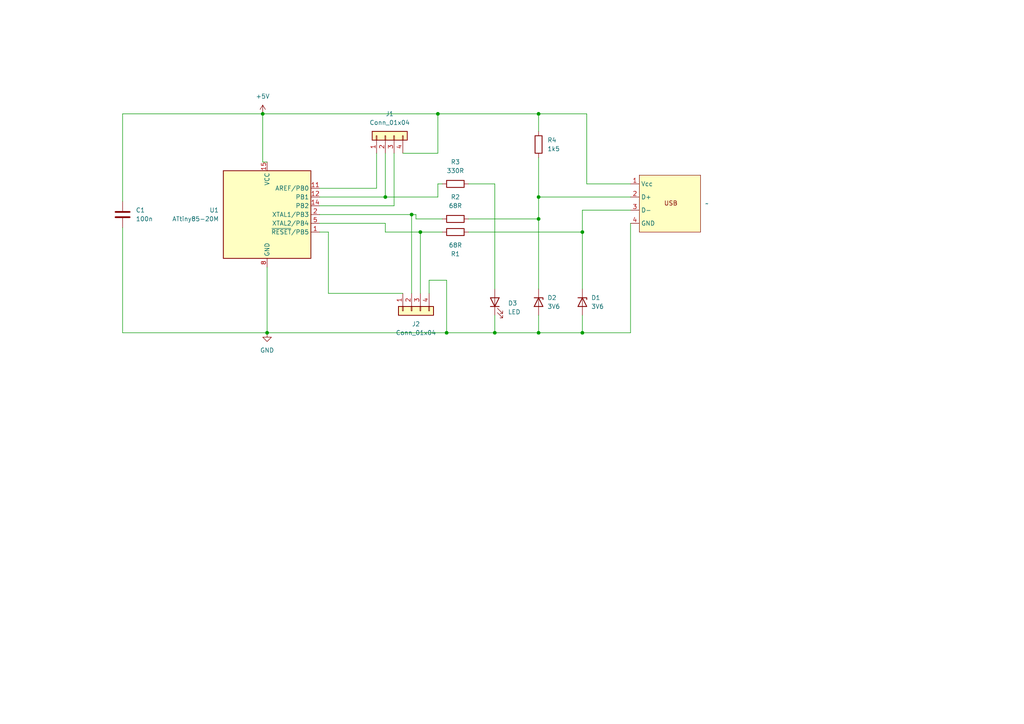
<source format=kicad_sch>
(kicad_sch (version 20250114) (generator "eeschema") (generator_version "9.0")
  (paper "A4")
  (lib_symbols
    (symbol "Connector_Generic:Conn_01x04" (pin_names (offset 1.016) (hide yes))
      (property "Reference" "J" (at 0 5.08 0))
      (property "Value" "Conn_01x04" (at 0 -7.62 0))
      (symbol "Conn_01x04_1_1"
        (rectangle (start -1.27 3.81) (end 1.27 -6.35) (stroke (width 0.254)) (fill (type background)))
        (rectangle (start -1.27 2.667) (end 0 2.413) (stroke (width 0.1524)))
        (rectangle (start -1.27 0.127) (end 0 -0.127) (stroke (width 0.1524)))
        (rectangle (start -1.27 -2.413) (end 0 -2.667) (stroke (width 0.1524)))
        (rectangle (start -1.27 -4.953) (end 0 -5.207) (stroke (width 0.1524)))
        (pin passive line (at -5.08 2.54 0) (length 3.81) (name "Pin_1") (number "1"))
        (pin passive line (at -5.08 0 0) (length 3.81) (name "Pin_2") (number "2"))
        (pin passive line (at -5.08 -2.54 0) (length 3.81) (name "Pin_3") (number "3"))
        (pin passive line (at -5.08 -5.08 0) (length 3.81) (name "Pin_4") (number "4"))
      )
    )
    (symbol "Device:C" (pin_numbers (hide yes)) (pin_names (offset 0.254))
      (property "Reference" "C" (at 0.635 2.54 0))
      (property "Value" "C" (at 0.635 -2.54 0))
      (symbol "C_0_1"
        (polyline (pts (xy -2.032 0.762) (xy 2.032 0.762)) (stroke (width 0.508)))
        (polyline (pts (xy -2.032 -0.762) (xy 2.032 -0.762)) (stroke (width 0.508)))
      )
      (symbol "C_1_1"
        (pin passive line (at 0 3.81 270) (length 2.794) (name "~") (number "1"))
        (pin passive line (at 0 -3.81 90) (length 2.794) (name "~") (number "2"))
      )
    )
    (symbol "Device:D_Zener" (pin_numbers (hide yes)) (pin_names (offset 1.016) (hide yes))
      (property "Reference" "D" (at 0 2.54 0))
      (property "Value" "D_Zener" (at 0 -2.54 0))
      (symbol "D_Zener_0_1"
        (polyline (pts (xy -1.27 -1.27) (xy -1.27 1.27) (xy -0.762 1.27)) (stroke (width 0.254)))
        (polyline (pts (xy 1.27 0) (xy -1.27 0)))
        (polyline (pts (xy 1.27 -1.27) (xy 1.27 1.27) (xy -1.27 0) (xy 1.27 -1.27)) (stroke (width 0.254)))
      )
      (symbol "D_Zener_1_1"
        (pin passive line (at -3.81 0 0) (length 2.54) (name "K") (number "1"))
        (pin passive line (at 3.81 0 180) (length 2.54) (name "A") (number "2"))
      )
    )
    (symbol "Device:LED" (pin_numbers (hide yes)) (pin_names (offset 1.016) (hide yes))
      (property "Reference" "D" (at 0 2.54 0))
      (property "Value" "LED" (at 0 -2.54 0))
      (symbol "LED_0_1"
        (polyline (pts (xy -3.048 -0.762) (xy -4.572 -2.286) (xy -3.81 -2.286) (xy -4.572 -2.286) (xy -4.572 -1.524)))
        (polyline (pts (xy -1.778 -0.762) (xy -3.302 -2.286) (xy -2.54 -2.286) (xy -3.302 -2.286) (xy -3.302 -1.524)))
        (polyline (pts (xy -1.27 0) (xy 1.27 0)))
        (polyline (pts (xy -1.27 -1.27) (xy -1.27 1.27)) (stroke (width 0.254)))
        (polyline (pts (xy 1.27 -1.27) (xy 1.27 1.27) (xy -1.27 0) (xy 1.27 -1.27)) (stroke (width 0.254)))
      )
      (symbol "LED_1_1"
        (pin passive line (at -3.81 0 0) (length 2.54) (name "K") (number "1"))
        (pin passive line (at 3.81 0 180) (length 2.54) (name "A") (number "2"))
      )
    )
    (symbol "Device:R" (pin_numbers (hide yes)) (pin_names (offset 0))
      (property "Reference" "R" (at 2.032 0 90))
      (property "Value" "R" (at 0 0 90))
      (symbol "R_0_1"
        (rectangle (start -1.016 -2.54) (end 1.016 2.54) (stroke (width 0.254)))
      )
      (symbol "R_1_1"
        (pin passive line (at 0 3.81 270) (length 1.27) (name "~") (number "1"))
        (pin passive line (at 0 -3.81 90) (length 1.27) (name "~") (number "2"))
      )
    )
    (symbol "MCU_Microchip_ATtiny:ATtiny85-20M"
      (property "Reference" "U" (at -12.7 13.97 0))
      (property "Value" "ATtiny85-20M" (at 2.54 -13.97 0))
      (symbol "ATtiny85-20M_0_1"
        (rectangle (start -12.7 -12.7) (end 12.7 12.7) (stroke (width 0.254)) (fill (type background)))
      )
      (symbol "ATtiny85-20M_1_1"
        (pin no_connect line (at -12.7 10.16 0) (length 2.54) (hide yes) (name "NC") (number "3"))
        (pin no_connect line (at -12.7 7.62 0) (length 2.54) (hide yes) (name "NC") (number "4"))
        (pin no_connect line (at -12.7 5.08 0) (length 2.54) (hide yes) (name "NC") (number "6"))
        (pin no_connect line (at -12.7 2.54 0) (length 2.54) (hide yes) (name "NC") (number "7"))
        (pin no_connect line (at -12.7 0 0) (length 2.54) (hide yes) (name "NC") (number "9"))
        (pin no_connect line (at -12.7 -2.54 0) (length 2.54) (hide yes) (name "NC") (number "10"))
        (pin no_connect line (at -12.7 -5.08 0) (length 2.54) (hide yes) (name "NC") (number "13"))
        (pin no_connect line (at -12.7 -7.62 0) (length 2.54) (hide yes) (name "NC") (number "16"))
        (pin no_connect line (at -12.7 -10.16 0) (length 2.54) (hide yes) (name "NC") (number "17"))
        (pin no_connect line (at -7.62 -12.7 90) (length 2.54) (hide yes) (name "NC") (number "18"))
        (pin no_connect line (at -5.08 -12.7 90) (length 2.54) (hide yes) (name "NC") (number "19"))
        (pin no_connect line (at -2.54 -12.7 90) (length 2.54) (hide yes) (name "NC") (number "20"))
        (pin power_in line (at 0 15.24 270) (length 2.54) (name "VCC") (number "15"))
        (pin passive line (at 0 -15.24 90) (length 2.54) (hide yes) (name "GND") (number "21"))
        (pin power_in line (at 0 -15.24 90) (length 2.54) (name "GND") (number "8"))
        (pin bidirectional line (at 15.24 7.62 180) (length 2.54) (name "AREF/PB0") (number "11"))
        (pin bidirectional line (at 15.24 5.08 180) (length 2.54) (name "PB1") (number "12"))
        (pin bidirectional line (at 15.24 2.54 180) (length 2.54) (name "PB2") (number "14"))
        (pin bidirectional line (at 15.24 0 180) (length 2.54) (name "XTAL1/PB3") (number "2"))
        (pin bidirectional line (at 15.24 -2.54 180) (length 2.54) (name "XTAL2/PB4") (number "5"))
        (pin bidirectional line (at 15.24 -5.08 180) (length 2.54) (name "~{RESET}/PB5") (number "1"))
      )
    )
    (symbol "my_symbol:PCB_USB_connector"
      (symbol "PCB_USB_connector_1_1"
        (rectangle (start -10.16 6.35) (end 7.62 -10.16) (fill (type background)))
        (text "USB" (at -1.016 -1.778 0) (effects (font (size 1.27 1.27))))
        (pin power_in line (at -12.7 3.81 0) (length 2.54) (name "Vcc") (number "1"))
        (pin bidirectional line (at -12.7 0 0) (length 2.54) (name "D+") (number "2"))
        (pin bidirectional line (at -12.7 -3.81 0) (length 2.54) (name "D-") (number "3"))
        (pin power_in line (at -12.7 -7.62 0) (length 2.54) (name "GND") (number "4"))
      )
    )
    (symbol "power:+5V" (power) (pin_numbers (hide yes)) (pin_names (offset 0) (hide yes))
      (property "Value" "+5V" (at 0 3.556 0))
      (symbol "+5V_0_1"
        (polyline (pts (xy -0.762 1.27) (xy 0 2.54)))
        (polyline (pts (xy 0 2.54) (xy 0.762 1.27)))
        (polyline (pts (xy 0 0) (xy 0 2.54)))
      )
      (symbol "+5V_1_1"
        (pin power_in line (at 0 0 90) (length 0) (name "~") (number "1"))
      )
    )
    (symbol "power:GND" (power) (pin_numbers (hide yes)) (pin_names (offset 0) (hide yes))
      (property "Value" "GND" (at 0 -3.81 0))
      (symbol "GND_0_1"
        (polyline (pts (xy 0 0) (xy 0 -1.27) (xy 1.27 -1.27) (xy 0 -2.54) (xy -1.27 -1.27) (xy 0 -1.27)))
      )
      (symbol "GND_1_1"
        (pin power_in line (at 0 0 270) (length 0) (name "~") (number "1"))
      )
    )
  )
  (junction (at 129.54 96.52))
  (junction (at 143.51 96.52))
  (junction (at 156.21 57.15))
  (junction (at 127 33.02))
  (junction (at 168.91 96.52))
  (junction (at 156.21 63.5))
  (junction (at 77.47 96.52))
  (junction (at 121.92 67.31))
  (junction (at 156.21 96.52))
  (junction (at 156.21 33.02))
  (junction (at 168.91 67.31))
  (junction (at 119.38 62.23))
  (junction (at 111.76 57.15))
  (junction (at 76.2 33.02))
  (wire (pts (xy 127 53.34) (xy 127 57.15)))
  (wire (pts (xy 168.91 67.31) (xy 135.89 67.31)))
  (wire (pts (xy 128.27 53.34) (xy 127 53.34)))
  (wire (pts (xy 124.46 81.28) (xy 124.46 85.09)))
  (wire (pts (xy 182.88 96.52) (xy 168.91 96.52)))
  (wire (pts (xy 168.91 96.52) (xy 168.91 91.44)))
  (wire (pts (xy 95.25 85.09) (xy 116.84 85.09)))
  (wire (pts (xy 170.18 53.34) (xy 170.18 33.02)))
  (wire (pts (xy 120.65 62.23) (xy 119.38 62.23)))
  (wire (pts (xy 129.54 96.52) (xy 129.54 81.28)))
  (wire (pts (xy 121.92 67.31) (xy 111.76 67.31)))
  (wire (pts (xy 143.51 91.44) (xy 143.51 96.52)))
  (wire (pts (xy 109.22 54.61) (xy 92.71 54.61)))
  (wire (pts (xy 182.88 60.96) (xy 168.91 60.96)))
  (wire (pts (xy 77.47 96.52) (xy 129.54 96.52)))
  (wire (pts (xy 95.25 67.31) (xy 95.25 85.09)))
  (wire (pts (xy 128.27 67.31) (xy 121.92 67.31)))
  (wire (pts (xy 129.54 81.28) (xy 124.46 81.28)))
  (wire (pts (xy 35.56 33.02) (xy 76.2 33.02)))
  (wire (pts (xy 127 44.45) (xy 127 33.02)))
  (wire (pts (xy 129.54 96.52) (xy 143.51 96.52)))
  (wire (pts (xy 111.76 44.45) (xy 111.76 57.15)))
  (wire (pts (xy 156.21 33.02) (xy 127 33.02)))
  (wire (pts (xy 156.21 38.1) (xy 156.21 33.02)))
  (wire (pts (xy 156.21 96.52) (xy 168.91 96.52)))
  (wire (pts (xy 156.21 57.15) (xy 182.88 57.15)))
  (wire (pts (xy 111.76 57.15) (xy 92.71 57.15)))
  (wire (pts (xy 143.51 83.82) (xy 143.51 53.34)))
  (wire (pts (xy 182.88 53.34) (xy 170.18 53.34)))
  (wire (pts (xy 35.56 96.52) (xy 77.47 96.52)))
  (wire (pts (xy 156.21 57.15) (xy 156.21 45.72)))
  (wire (pts (xy 35.56 58.42) (xy 35.56 33.02)))
  (wire (pts (xy 76.2 46.99) (xy 77.47 46.99)))
  (wire (pts (xy 92.71 59.69) (xy 114.3 59.69)))
  (wire (pts (xy 168.91 83.82) (xy 168.91 67.31)))
  (wire (pts (xy 143.51 53.34) (xy 135.89 53.34)))
  (wire (pts (xy 156.21 63.5) (xy 156.21 57.15)))
  (wire (pts (xy 135.89 63.5) (xy 156.21 63.5)))
  (wire (pts (xy 182.88 64.77) (xy 182.88 96.52)))
  (wire (pts (xy 168.91 60.96) (xy 168.91 67.31)))
  (wire (pts (xy 156.21 91.44) (xy 156.21 96.52)))
  (wire (pts (xy 76.2 33.02) (xy 76.2 46.99)))
  (wire (pts (xy 127 57.15) (xy 111.76 57.15)))
  (wire (pts (xy 35.56 66.04) (xy 35.56 96.52)))
  (wire (pts (xy 156.21 83.82) (xy 156.21 63.5)))
  (wire (pts (xy 128.27 63.5) (xy 120.65 63.5)))
  (wire (pts (xy 77.47 77.47) (xy 77.47 96.52)))
  (wire (pts (xy 111.76 64.77) (xy 92.71 64.77)))
  (wire (pts (xy 127 33.02) (xy 76.2 33.02)))
  (wire (pts (xy 119.38 62.23) (xy 92.71 62.23)))
  (wire (pts (xy 119.38 62.23) (xy 119.38 85.09)))
  (wire (pts (xy 92.71 67.31) (xy 95.25 67.31)))
  (wire (pts (xy 116.84 44.45) (xy 127 44.45)))
  (wire (pts (xy 121.92 67.31) (xy 121.92 85.09)))
  (wire (pts (xy 170.18 33.02) (xy 156.21 33.02)))
  (wire (pts (xy 120.65 63.5) (xy 120.65 62.23)))
  (wire (pts (xy 143.51 96.52) (xy 156.21 96.52)))
  (wire (pts (xy 111.76 67.31) (xy 111.76 64.77)))
  (wire (pts (xy 114.3 44.45) (xy 114.3 59.69)))
  (wire (pts (xy 109.22 44.45) (xy 109.22 54.61)))
  (symbol (lib_id "power:GND") (at 77.47 96.52 0) (unit 1)
    (property "Reference" "#PWR02" (effects (hide yes)))
    (property "Value" "GND" (at 77.47 101.6 0))
    (property "Description" "Power symbol creates a global label with name \"GND\" , ground" (effects (hide yes)))
  )
  (symbol (lib_id "Device:D_Zener") (at 156.21 87.63 270) (unit 1)
    (property "Reference" "D2" (at 158.75 86.3599 90) (effects (justify left)))
    (property "Value" "3V6" (at 158.75 88.8999 90) (effects (justify left)))
    (property "Footprint" "Diode_SMD:D_SOD-123" (effects (hide yes)))
    (property "Description" "Zener diode" (effects (hide yes)))
  )
  (symbol (lib_id "Device:R") (at 156.21 41.91 0) (unit 1)
    (property "Reference" "R4" (at 158.75 40.6399 0) (effects (justify left)))
    (property "Value" "1k5" (at 158.75 43.1799 0) (effects (justify left)))
    (property "Footprint" "Resistor_SMD:R_0805_2012Metric_Pad1.20x1.40mm_HandSolder" (effects (hide yes)))
    (property "Description" "Resistor" (effects (hide yes)))
  )
  (symbol (lib_id "Device:C") (at 35.56 62.23 0) (unit 1)
    (property "Reference" "C1" (at 39.37 60.9599 0) (effects (justify left)))
    (property "Value" "100n" (at 39.37 63.4999 0) (effects (justify left)))
    (property "Footprint" "Capacitor_SMD:C_1206_3216Metric_Pad1.33x1.80mm_HandSolder" (effects (hide yes)))
    (property "Description" "Unpolarized capacitor" (effects (hide yes)))
  )
  (symbol (lib_id "Device:D_Zener") (at 168.91 87.63 270) (unit 1)
    (property "Reference" "D1" (at 171.45 86.3599 90) (effects (justify left)))
    (property "Value" "3V6" (at 171.45 88.8999 90) (effects (justify left)))
    (property "Footprint" "Diode_SMD:D_SOD-123" (effects (hide yes)))
    (property "Description" "Zener diode" (effects (hide yes)))
  )
  (symbol (lib_id "my_symbol:PCB_USB_connector") (at 195.58 57.15 0) (unit 1)
    (property "Reference" "U2" (effects (hide yes)))
    (property "Value" "~" (at 204.47 59.0549 0) (effects (justify left)))
    (property "Footprint" "1_my_LIB:my_footprint" (effects (hide yes)))
  )
  (symbol (lib_id "Connector_Generic:Conn_01x04") (at 111.76 39.37 90) (unit 1)
    (property "Reference" "J1" (at 113.03 33.02 90))
    (property "Value" "Conn_01x04" (at 113.03 35.56 90))
    (property "Footprint" "Connector_PinHeader_2.54mm:PinHeader_1x04_P2.54mm_Vertical" (effects (hide yes)))
    (property "Description" "Generic connector, single row, 01x04, script generated (kicad-library-utils/schlib/autogen/connector/)" (effects (hide yes)))
  )
  (symbol (lib_id "Device:R") (at 132.08 63.5 90) (unit 1)
    (property "Reference" "R2" (at 132.08 57.15 90))
    (property "Value" "68R" (at 132.08 59.69 90))
    (property "Footprint" "Resistor_SMD:R_0805_2012Metric_Pad1.20x1.40mm_HandSolder" (effects (hide yes)))
    (property "Description" "Resistor" (effects (hide yes)))
  )
  (symbol (lib_id "Device:LED") (at 143.51 87.63 90) (unit 1)
    (property "Reference" "D3" (at 147.32 87.9474 90) (effects (justify right)))
    (property "Value" "LED" (at 147.32 90.4874 90) (effects (justify right)))
    (property "Footprint" "LED_THT:LED_D3.0mm" (effects (hide yes)))
    (property "Description" "Light emitting diode" (effects (hide yes)))
    (property "Sim.Pins" "1=K 2=A" (effects (hide yes)))
  )
  (symbol (lib_id "Device:R") (at 132.08 67.31 90) (mirror x) (unit 1)
    (property "Reference" "R1" (at 132.08 73.66 90))
    (property "Value" "68R" (at 132.08 71.12 90))
    (property "Footprint" "Resistor_SMD:R_0805_2012Metric_Pad1.20x1.40mm_HandSolder" (effects (hide yes)))
    (property "Description" "Resistor" (effects (hide yes)))
  )
  (symbol (lib_id "Connector_Generic:Conn_01x04") (at 119.38 90.17 90) (mirror x) (unit 1)
    (property "Reference" "J2" (at 120.65 93.98 90))
    (property "Value" "Conn_01x04" (at 120.65 96.52 90))
    (property "Footprint" "Connector_PinHeader_2.54mm:PinHeader_1x04_P2.54mm_Vertical" (effects (hide yes)))
    (property "Description" "Generic connector, single row, 01x04, script generated (kicad-library-utils/schlib/autogen/connector/)" (effects (hide yes)))
  )
  (symbol (lib_id "power:+5V") (at 76.2 33.02 0) (unit 1)
    (property "Reference" "#PWR01" (effects (hide yes)))
    (property "Value" "+5V" (at 76.2 27.94 0))
    (property "Description" "Power symbol creates a global label with name \"+5V\"" (effects (hide yes)))
  )
  (symbol (lib_id "MCU_Microchip_ATtiny:ATtiny85-20M") (at 77.47 62.23 0) (unit 1)
    (property "Reference" "U1" (at 63.5 60.9599 0) (effects (justify right)))
    (property "Value" "ATtiny85-20M" (at 63.5 63.4999 0) (effects (justify right)))
    (property "Footprint" "Package_DFN_QFN:QFN-20-1EP_4x4mm_P0.5mm_EP2.6x2.6mm" (effects (hide yes)))
    (property "Datasheet" "http://ww1.microchip.com/downloads/en/DeviceDoc/atmel-2586-avr-8-bit-microcontroller-attiny25-attiny45-attiny85_datasheet.pdf" (effects (hide yes)))
    (property "Description" "20MHz, 8kB Flash, 512B SRAM, 512B EEPROM, debugWIRE, QFN-20" (effects (hide yes)))
  )
  (symbol (lib_id "Device:R") (at 132.08 53.34 90) (unit 1)
    (property "Reference" "R3" (at 132.08 46.99 90))
    (property "Value" "330R" (at 132.08 49.53 90))
    (property "Footprint" "Resistor_SMD:R_0805_2012Metric_Pad1.20x1.40mm_HandSolder" (effects (hide yes)))
    (property "Description" "Resistor" (effects (hide yes)))
  )
)
</source>
